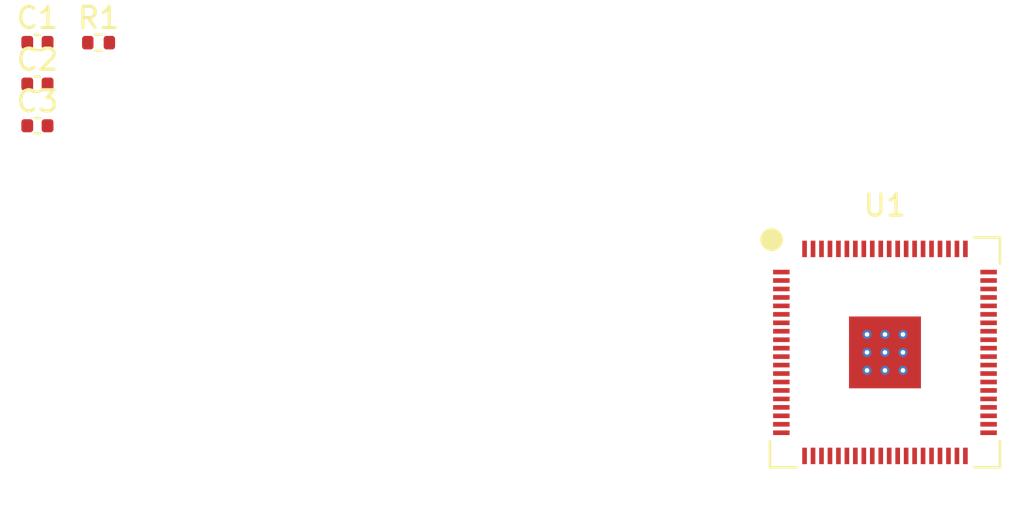
<source format=kicad_pcb>
(kicad_pcb (version 20241229) (generator "pcbnew") (generator_version "9.0")
  (layers (0 "F.Cu" signal) (2 "B.Cu" signal) (13 "F.Paste" user) (15 "B.Paste" user) (5 "F.SilkS" user "F.Silkscreen") (7 "B.SilkS" user "B.Silkscreen") (1 "F.Mask" user) (3 "B.Mask" user) (25 "Edge.Cuts" user))
  (net 0 "")
  (net 1 "GND")
  (net 2 "+3.3V")
  (net 3 "+1V1")
  (net 4 "Net-(U1-VREG_AVDD)")
  (net 57 "Net-(U1-VREG_LX)")
  (footprint "Resistor_SMD:R_0402_1005Metric" (layer "F.Cu") (at 68.99 72)
    (property "Reference" "R1" (at 0 -1.17 0) (layer "F.SilkS"))
    (property "Value" "33")
    (fp_line (start -0.153641 -0.38) (end 0.153641 -0.38) (stroke (width 0.12)) (layer "F.SilkS"))
    (fp_line (start -0.153641 0.38) (end 0.153641 0.38) (stroke (width 0.12)) (layer "F.SilkS"))
    (pad "1" smd roundrect (at -0.51 0) (size 0.54 0.64) (layers "F.Cu" "F.Mask" "F.Paste") (net 2 "+3.3V"))
    (pad "2" smd roundrect (at 0.51 0) (size 0.54 0.64) (layers "F.Cu" "F.Mask" "F.Paste") (net 4 "Net-(U1-VREG_AVDD)"))
  )
  (footprint "Capacitor_SMD:C_0402_1005Metric" (layer "F.Cu") (at 66.1 71.99)
    (property "Reference" "C1" (at 0 -1.16 0) (layer "F.SilkS"))
    (property "Value" "4.7u")
    (fp_line (start -0.107836 -0.36) (end 0.107836 -0.36) (stroke (width 0.12)) (layer "F.SilkS"))
    (fp_line (start -0.107836 0.36) (end 0.107836 0.36) (stroke (width 0.12)) (layer "F.SilkS"))
    (pad "1" smd roundrect (at -0.48 0) (size 0.56 0.62) (layers "F.Cu" "F.Mask" "F.Paste") (net 2 "+3.3V"))
    (pad "2" smd roundrect (at 0.48 0) (size 0.56 0.62) (layers "F.Cu" "F.Mask" "F.Paste") (net 1 "GND"))
  )
  (footprint "Capacitor_SMD:C_0402_1005Metric" (layer "F.Cu") (at 66.1 75.93)
    (property "Reference" "C3" (at 0 -1.16 0) (layer "F.SilkS"))
    (property "Value" "4.7u")
    (fp_line (start -0.107836 -0.36) (end 0.107836 -0.36) (stroke (width 0.12)) (layer "F.SilkS"))
    (fp_line (start -0.107836 0.36) (end 0.107836 0.36) (stroke (width 0.12)) (layer "F.SilkS"))
    (pad "1" smd roundrect (at -0.48 0) (size 0.56 0.62) (layers "F.Cu" "F.Mask" "F.Paste") (net 4 "Net-(U1-VREG_AVDD)"))
    (pad "2" smd roundrect (at 0.48 0) (size 0.56 0.62) (layers "F.Cu" "F.Mask" "F.Paste") (net 1 "GND"))
  )
  (footprint "RP2350_KiCad-main:RP2350B_QFN-80_EP_10.573x10.573_Pitch0.4mm" (layer "F.Cu") (at 106.15 86.65)
    (property "Reference" "U1" (at 0 -6.95 0) (layer "F.SilkS"))
    (property "Value" "RP2350B-QFN80")
    (fp_line (start -5.4365 5.4365) (end -5.4365 4.2) (stroke (width 0.12)) (layer "F.SilkS"))
    (fp_line (start -4.2 5.4365) (end -5.4365 5.4365) (stroke (width 0.12)) (layer "F.SilkS"))
    (fp_line (start 4.2 -5.4365) (end 5.4365 -5.4365) (stroke (width 0.12)) (layer "F.SilkS"))
    (fp_line (start 4.2 5.4365) (end 5.4365 5.4365) (stroke (width 0.12)) (layer "F.SilkS"))
    (fp_line (start 5.4365 -5.4365) (end 5.4365 -4.2) (stroke (width 0.12)) (layer "F.SilkS"))
    (fp_line (start 5.4365 5.4365) (end 5.4365 4.2) (stroke (width 0.12)) (layer "F.SilkS"))
    (fp_circle (center -5.356046 -5.334) (end -4.8768 -5.334) (stroke (width 0.12)) (fill yes) (layer "F.SilkS"))
    (pad "1" smd rect (at -4.8965 -3.8 90) (size 0.22 0.78) (layers "F.Cu" "F.Mask" "F.Paste"))
    (pad "2" smd rect (at -4.8965 -3.4 90) (size 0.22 0.78) (layers "F.Cu" "F.Mask" "F.Paste"))
    (pad "3" smd rect (at -4.8965 -3 90) (size 0.22 0.78) (layers "F.Cu" "F.Mask" "F.Paste"))
    (pad "4" smd rect (at -4.8965 -2.6 90) (size 0.22 0.78) (layers "F.Cu" "F.Mask" "F.Paste"))
    (pad "5" smd rect (at -4.8965 -2.2 90) (size 0.22 0.78) (layers "F.Cu" "F.Mask" "F.Paste"))
    (pad "6" smd rect (at -4.8965 -1.8 90) (size 0.22 0.78) (layers "F.Cu" "F.Mask" "F.Paste"))
    (pad "7" smd rect (at -4.8965 -1.4 90) (size 0.22 0.78) (layers "F.Cu" "F.Mask" "F.Paste"))
    (pad "8" smd rect (at -4.8965 -1 90) (size 0.22 0.78) (layers "F.Cu" "F.Mask" "F.Paste"))
    (pad "9" smd rect (at -4.8965 -0.6 90) (size 0.22 0.78) (layers "F.Cu" "F.Mask" "F.Paste"))
    (pad "10" smd rect (at -4.8965 -0.2 90) (size 0.22 0.78) (layers "F.Cu" "F.Mask" "F.Paste"))
    (pad "11" smd rect (at -4.8965 0.2 90) (size 0.22 0.78) (layers "F.Cu" "F.Mask" "F.Paste"))
    (pad "12" smd rect (at -4.8965 0.6 90) (size 0.22 0.78) (layers "F.Cu" "F.Mask" "F.Paste"))
    (pad "13" smd rect (at -4.8965 1 90) (size 0.22 0.78) (layers "F.Cu" "F.Mask" "F.Paste"))
    (pad "14" smd rect (at -4.8965 1.4 90) (size 0.22 0.78) (layers "F.Cu" "F.Mask" "F.Paste"))
    (pad "15" smd rect (at -4.8965 1.8 90) (size 0.22 0.78) (layers "F.Cu" "F.Mask" "F.Paste"))
    (pad "16" smd rect (at -4.8965 2.2 90) (size 0.22 0.78) (layers "F.Cu" "F.Mask" "F.Paste"))
    (pad "17" smd rect (at -4.8965 2.6 90) (size 0.22 0.78) (layers "F.Cu" "F.Mask" "F.Paste"))
    (pad "18" smd rect (at -4.8965 3 90) (size 0.22 0.78) (layers "F.Cu" "F.Mask" "F.Paste"))
    (pad "19" smd rect (at -4.8965 3.4 90) (size 0.22 0.78) (layers "F.Cu" "F.Mask" "F.Paste"))
    (pad "20" smd rect (at -4.8965 3.8 90) (size 0.22 0.78) (layers "F.Cu" "F.Mask" "F.Paste"))
    (pad "21" smd rect (at -3.8 4.8965) (size 0.22 0.78) (layers "F.Cu" "F.Mask" "F.Paste"))
    (pad "22" smd rect (at -3.4 4.8965) (size 0.22 0.78) (layers "F.Cu" "F.Mask" "F.Paste"))
    (pad "23" smd rect (at -3 4.8965) (size 0.22 0.78) (layers "F.Cu" "F.Mask" "F.Paste"))
    (pad "24" smd rect (at -2.6 4.8965) (size 0.22 0.78) (layers "F.Cu" "F.Mask" "F.Paste"))
    (pad "25" smd rect (at -2.2 4.8965) (size 0.22 0.78) (layers "F.Cu" "F.Mask" "F.Paste"))
    (pad "26" smd rect (at -1.8 4.8965) (size 0.22 0.78) (layers "F.Cu" "F.Mask" "F.Paste"))
    (pad "27" smd rect (at -1.4 4.8965) (size 0.22 0.78) (layers "F.Cu" "F.Mask" "F.Paste"))
    (pad "28" smd rect (at -1 4.8965) (size 0.22 0.78) (layers "F.Cu" "F.Mask" "F.Paste"))
    (pad "29" smd rect (at -0.6 4.8965) (size 0.22 0.78) (layers "F.Cu" "F.Mask" "F.Paste"))
    (pad "30" smd rect (at -0.2 4.8965) (size 0.22 0.78) (layers "F.Cu" "F.Mask" "F.Paste"))
    (pad "31" smd rect (at 0.2 4.8965) (size 0.22 0.78) (layers "F.Cu" "F.Mask" "F.Paste"))
    (pad "32" smd rect (at 0.6 4.8965) (size 0.22 0.78) (layers "F.Cu" "F.Mask" "F.Paste"))
    (pad "33" smd rect (at 1 4.8965) (size 0.22 0.78) (layers "F.Cu" "F.Mask" "F.Paste"))
    (pad "34" smd rect (at 1.4 4.8965) (size 0.22 0.78) (layers "F.Cu" "F.Mask" "F.Paste"))
    (pad "35" smd rect (at 1.8 4.8965) (size 0.22 0.78) (layers "F.Cu" "F.Mask" "F.Paste"))
    (pad "36" smd rect (at 2.2 4.8965) (size 0.22 0.78) (layers "F.Cu" "F.Mask" "F.Paste"))
    (pad "37" smd rect (at 2.6 4.8965) (size 0.22 0.78) (layers "F.Cu" "F.Mask" "F.Paste"))
    (pad "38" smd rect (at 3 4.8965) (size 0.22 0.78) (layers "F.Cu" "F.Mask" "F.Paste"))
    (pad "39" smd rect (at 3.4 4.8965) (size 0.22 0.78) (layers "F.Cu" "F.Mask" "F.Paste"))
    (pad "40" smd rect (at 3.8 4.8965) (size 0.22 0.78) (layers "F.Cu" "F.Mask" "F.Paste"))
    (pad "41" smd rect (at 4.8965 3.8 90) (size 0.22 0.78) (layers "F.Cu" "F.Mask" "F.Paste"))
    (pad "42" smd rect (at 4.8965 3.4 90) (size 0.22 0.78) (layers "F.Cu" "F.Mask" "F.Paste"))
    (pad "43" smd rect (at 4.8965 3 90) (size 0.22 0.78) (layers "F.Cu" "F.Mask" "F.Paste"))
    (pad "44" smd rect (at 4.8965 2.6 90) (size 0.22 0.78) (layers "F.Cu" "F.Mask" "F.Paste"))
    (pad "45" smd rect (at 4.8965 2.2 90) (size 0.22 0.78) (layers "F.Cu" "F.Mask" "F.Paste"))
    (pad "46" smd rect (at 4.8965 1.8 90) (size 0.22 0.78) (layers "F.Cu" "F.Mask" "F.Paste"))
    (pad "47" smd rect (at 4.8965 1.4 90) (size 0.22 0.78) (layers "F.Cu" "F.Mask" "F.Paste"))
    (pad "48" smd rect (at 4.8965 1 90) (size 0.22 0.78) (layers "F.Cu" "F.Mask" "F.Paste"))
    (pad "49" smd rect (at 4.8965 0.6 90) (size 0.22 0.78) (layers "F.Cu" "F.Mask" "F.Paste"))
    (pad "50" smd rect (at 4.8965 0.2 90) (size 0.22 0.78) (layers "F.Cu" "F.Mask" "F.Paste"))
    (pad "51" smd rect (at 4.8965 -0.2 90) (size 0.22 0.78) (layers "F.Cu" "F.Mask" "F.Paste"))
    (pad "52" smd rect (at 4.8965 -0.6 90) (size 0.22 0.78) (layers "F.Cu" "F.Mask" "F.Paste"))
    (pad "53" smd rect (at 4.8965 -1 90) (size 0.22 0.78) (layers "F.Cu" "F.Mask" "F.Paste"))
    (pad "54" smd rect (at 4.8965 -1.4 90) (size 0.22 0.78) (layers "F.Cu" "F.Mask" "F.Paste"))
    (pad "55" smd rect (at 4.8965 -1.8 90) (size 0.22 0.78) (layers "F.Cu" "F.Mask" "F.Paste"))
    (pad "56" smd rect (at 4.8965 -2.2 90) (size 0.22 0.78) (layers "F.Cu" "F.Mask" "F.Paste"))
    (pad "57" smd rect (at 4.8965 -2.6 90) (size 0.22 0.78) (layers "F.Cu" "F.Mask" "F.Paste"))
    (pad "58" smd rect (at 4.8965 -3 90) (size 0.22 0.78) (layers "F.Cu" "F.Mask" "F.Paste"))
    (pad "59" smd rect (at 4.8965 -3.4 90) (size 0.22 0.78) (layers "F.Cu" "F.Mask" "F.Paste"))
    (pad "60" smd rect (at 4.8965 -3.8 90) (size 0.22 0.78) (layers "F.Cu" "F.Mask" "F.Paste"))
    (pad "61" smd rect (at 3.8 -4.8965) (size 0.22 0.78) (layers "F.Cu" "F.Mask" "F.Paste") (net 4 "Net-(U1-VREG_AVDD)"))
    (pad "62" smd rect (at 3.4 -4.8965) (size 0.22 0.78) (layers "F.Cu" "F.Mask" "F.Paste") (net 1 "GND"))
    (pad "63" smd rect (at 3 -4.8965) (size 0.22 0.78) (layers "F.Cu" "F.Mask" "F.Paste") (net 57 "Net-(U1-VREG_LX)"))
    (pad "64" smd rect (at 2.6 -4.8965) (size 0.22 0.78) (layers "F.Cu" "F.Mask" "F.Paste") (net 2 "+3.3V"))
    (pad "65" smd rect (at 2.2 -4.8965) (size 0.22 0.78) (layers "F.Cu" "F.Mask" "F.Paste") (net 3 "+1V1"))
    (pad "66" smd rect (at 1.8 -4.8965) (size 0.22 0.78) (layers "F.Cu" "F.Mask" "F.Paste"))
    (pad "67" smd rect (at 1.4 -4.8965) (size 0.22 0.78) (layers "F.Cu" "F.Mask" "F.Paste"))
    (pad "68" smd rect (at 1 -4.8965) (size 0.22 0.78) (layers "F.Cu" "F.Mask" "F.Paste"))
    (pad "69" smd rect (at 0.6 -4.8965) (size 0.22 0.78) (layers "F.Cu" "F.Mask" "F.Paste"))
    (pad "70" smd rect (at 0.2 -4.8965) (size 0.22 0.78) (layers "F.Cu" "F.Mask" "F.Paste"))
    (pad "71" smd rect (at -0.2 -4.8965) (size 0.22 0.78) (layers "F.Cu" "F.Mask" "F.Paste"))
    (pad "72" smd rect (at -0.6 -4.8965) (size 0.22 0.78) (layers "F.Cu" "F.Mask" "F.Paste"))
    (pad "73" smd rect (at -1 -4.8965) (size 0.22 0.78) (layers "F.Cu" "F.Mask" "F.Paste"))
    (pad "74" smd rect (at -1.4 -4.8965) (size 0.22 0.78) (layers "F.Cu" "F.Mask" "F.Paste"))
    (pad "75" smd rect (at -1.8 -4.8965) (size 0.22 0.78) (layers "F.Cu" "F.Mask" "F.Paste"))
    (pad "76" smd rect (at -2.2 -4.8965) (size 0.22 0.78) (layers "F.Cu" "F.Mask" "F.Paste"))
    (pad "77" smd rect (at -2.6 -4.8965) (size 0.22 0.78) (layers "F.Cu" "F.Mask" "F.Paste"))
    (pad "78" smd rect (at -3 -4.8965) (size 0.22 0.78) (layers "F.Cu" "F.Mask" "F.Paste"))
    (pad "79" smd rect (at -3.4 -4.8965) (size 0.22 0.78) (layers "F.Cu" "F.Mask" "F.Paste"))
    (pad "80" smd rect (at -3.8 -4.8965) (size 0.22 0.78) (layers "F.Cu" "F.Mask" "F.Paste"))
    (pad "81" thru_hole circle (at -0.85 -0.85) (size 0.425 0.425) (drill 0.2125) (property pad_prop_heatsink) (layers "*.Cu" "*.Mask"))
    (pad "81" thru_hole circle (at -0.85 0) (size 0.425 0.425) (drill 0.2125) (property pad_prop_heatsink) (layers "*.Cu" "*.Mask"))
    (pad "81" thru_hole circle (at -0.85 0.85) (size 0.425 0.425) (drill 0.2125) (property pad_prop_heatsink) (layers "*.Cu" "*.Mask"))
    (pad "81" thru_hole circle (at 0 -0.85) (size 0.425 0.425) (drill 0.2125) (property pad_prop_heatsink) (layers "*.Cu" "*.Mask"))
    (pad "81" thru_hole circle (at 0 0) (size 0.425 0.425) (drill 0.2125) (property pad_prop_heatsink) (layers "*.Cu" "*.Mask"))
    (pad "81" smd rect (at 0 0) (size 3.4 3.4) (layers "F.Cu" "F.Mask"))
    (pad "81" thru_hole circle (at 0 0.85) (size 0.425 0.425) (drill 0.2125) (property pad_prop_heatsink) (layers "*.Cu" "*.Mask"))
    (pad "81" thru_hole circle (at 0.85 -0.85) (size 0.425 0.425) (drill 0.2125) (property pad_prop_heatsink) (layers "*.Cu" "*.Mask"))
    (pad "81" thru_hole circle (at 0.85 0) (size 0.425 0.425) (drill 0.2125) (property pad_prop_heatsink) (layers "*.Cu" "*.Mask"))
    (pad "81" thru_hole circle (at 0.85 0.85) (size 0.425 0.425) (drill 0.2125) (property pad_prop_heatsink) (layers "*.Cu" "*.Mask"))
  )
  (footprint "Capacitor_SMD:C_0402_1005Metric" (layer "F.Cu") (at 66.1 73.96)
    (property "Reference" "C2" (at 0 -1.16 0) (layer "F.SilkS"))
    (property "Value" "4.7u")
    (fp_line (start -0.107836 -0.36) (end 0.107836 -0.36) (stroke (width 0.12)) (layer "F.SilkS"))
    (fp_line (start -0.107836 0.36) (end 0.107836 0.36) (stroke (width 0.12)) (layer "F.SilkS"))
    (pad "1" smd roundrect (at -0.48 0) (size 0.56 0.62) (layers "F.Cu" "F.Mask" "F.Paste") (net 3 "+1V1"))
    (pad "2" smd roundrect (at 0.48 0) (size 0.56 0.62) (layers "F.Cu" "F.Mask" "F.Paste") (net 1 "GND"))
  )
)
</source>
